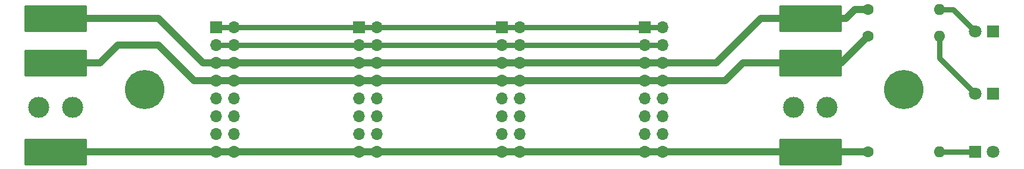
<source format=gbr>
G04 #@! TF.GenerationSoftware,KiCad,Pcbnew,(5.0.0)*
G04 #@! TF.CreationDate,2018-11-13T12:50:57-08:00*
G04 #@! TF.ProjectId,bus_board,6275735F626F6172642E6B696361645F,rev?*
G04 #@! TF.SameCoordinates,Original*
G04 #@! TF.FileFunction,Copper,L1,Top,Signal*
G04 #@! TF.FilePolarity,Positive*
%FSLAX46Y46*%
G04 Gerber Fmt 4.6, Leading zero omitted, Abs format (unit mm)*
G04 Created by KiCad (PCBNEW (5.0.0)) date 11/13/18 12:50:57*
%MOMM*%
%LPD*%
G01*
G04 APERTURE LIST*
G04 #@! TA.AperFunction,ComponentPad*
%ADD10C,5.600000*%
G04 #@! TD*
G04 #@! TA.AperFunction,ComponentPad*
%ADD11R,1.700000X1.700000*%
G04 #@! TD*
G04 #@! TA.AperFunction,ComponentPad*
%ADD12O,1.700000X1.700000*%
G04 #@! TD*
G04 #@! TA.AperFunction,ComponentPad*
%ADD13C,1.800000*%
G04 #@! TD*
G04 #@! TA.AperFunction,ComponentPad*
%ADD14R,1.800000X1.800000*%
G04 #@! TD*
G04 #@! TA.AperFunction,ComponentPad*
%ADD15O,1.600000X1.600000*%
G04 #@! TD*
G04 #@! TA.AperFunction,ComponentPad*
%ADD16C,1.600000*%
G04 #@! TD*
G04 #@! TA.AperFunction,ComponentPad*
%ADD17C,3.000000*%
G04 #@! TD*
G04 #@! TA.AperFunction,Conductor*
%ADD18C,1.000000*%
G04 #@! TD*
G04 #@! TA.AperFunction,Conductor*
%ADD19C,0.750000*%
G04 #@! TD*
G04 #@! TA.AperFunction,Conductor*
%ADD20C,0.254000*%
G04 #@! TD*
G04 APERTURE END LIST*
D10*
G04 #@! TO.P,REF\002A\002A,1*
G04 #@! TO.N,N/C*
X180975000Y-80000000D03*
G04 #@! TD*
D11*
G04 #@! TO.P,J5,1*
G04 #@! TO.N,/GATE*
X83185000Y-71120000D03*
D12*
G04 #@! TO.P,J5,2*
X85725000Y-71120000D03*
G04 #@! TO.P,J5,3*
G04 #@! TO.N,/CV*
X83185000Y-73660000D03*
G04 #@! TO.P,J5,4*
X85725000Y-73660000D03*
G04 #@! TO.P,J5,5*
G04 #@! TO.N,/+5V*
X83185000Y-76200000D03*
G04 #@! TO.P,J5,6*
X85725000Y-76200000D03*
G04 #@! TO.P,J5,7*
G04 #@! TO.N,/+12V*
X83185000Y-78740000D03*
G04 #@! TO.P,J5,8*
X85725000Y-78740000D03*
G04 #@! TO.P,J5,9*
G04 #@! TO.N,/GND*
X83185000Y-81280000D03*
G04 #@! TO.P,J5,10*
X85725000Y-81280000D03*
G04 #@! TO.P,J5,11*
X83185000Y-83820000D03*
G04 #@! TO.P,J5,12*
X85725000Y-83820000D03*
G04 #@! TO.P,J5,13*
X83185000Y-86360000D03*
G04 #@! TO.P,J5,14*
X85725000Y-86360000D03*
G04 #@! TO.P,J5,15*
G04 #@! TO.N,/-12V*
X83185000Y-88900000D03*
G04 #@! TO.P,J5,16*
X85725000Y-88900000D03*
G04 #@! TD*
D13*
G04 #@! TO.P,D2,2*
G04 #@! TO.N,Net-(D2-Pad2)*
X191135000Y-80645000D03*
D14*
G04 #@! TO.P,D2,1*
G04 #@! TO.N,/GND*
X193675000Y-80645000D03*
G04 #@! TD*
G04 #@! TO.P,D3,1*
G04 #@! TO.N,Net-(D3-Pad1)*
X191135000Y-88900000D03*
D13*
G04 #@! TO.P,D3,2*
G04 #@! TO.N,/GND*
X193675000Y-88900000D03*
G04 #@! TD*
G04 #@! TO.P,D1,2*
G04 #@! TO.N,Net-(D1-Pad2)*
X191135000Y-71755000D03*
D14*
G04 #@! TO.P,D1,1*
G04 #@! TO.N,/GND*
X193675000Y-71755000D03*
G04 #@! TD*
D12*
G04 #@! TO.P,J6,16*
G04 #@! TO.N,/-12V*
X106045000Y-88900000D03*
G04 #@! TO.P,J6,15*
X103505000Y-88900000D03*
G04 #@! TO.P,J6,14*
G04 #@! TO.N,/GND*
X106045000Y-86360000D03*
G04 #@! TO.P,J6,13*
X103505000Y-86360000D03*
G04 #@! TO.P,J6,12*
X106045000Y-83820000D03*
G04 #@! TO.P,J6,11*
X103505000Y-83820000D03*
G04 #@! TO.P,J6,10*
X106045000Y-81280000D03*
G04 #@! TO.P,J6,9*
X103505000Y-81280000D03*
G04 #@! TO.P,J6,8*
G04 #@! TO.N,/+12V*
X106045000Y-78740000D03*
G04 #@! TO.P,J6,7*
X103505000Y-78740000D03*
G04 #@! TO.P,J6,6*
G04 #@! TO.N,/+5V*
X106045000Y-76200000D03*
G04 #@! TO.P,J6,5*
X103505000Y-76200000D03*
G04 #@! TO.P,J6,4*
G04 #@! TO.N,/CV*
X106045000Y-73660000D03*
G04 #@! TO.P,J6,3*
X103505000Y-73660000D03*
G04 #@! TO.P,J6,2*
G04 #@! TO.N,/GATE*
X106045000Y-71120000D03*
D11*
G04 #@! TO.P,J6,1*
X103505000Y-71120000D03*
G04 #@! TD*
G04 #@! TO.P,J8,1*
G04 #@! TO.N,/GATE*
X123825000Y-71120000D03*
D12*
G04 #@! TO.P,J8,2*
X126365000Y-71120000D03*
G04 #@! TO.P,J8,3*
G04 #@! TO.N,/CV*
X123825000Y-73660000D03*
G04 #@! TO.P,J8,4*
X126365000Y-73660000D03*
G04 #@! TO.P,J8,5*
G04 #@! TO.N,/+5V*
X123825000Y-76200000D03*
G04 #@! TO.P,J8,6*
X126365000Y-76200000D03*
G04 #@! TO.P,J8,7*
G04 #@! TO.N,/+12V*
X123825000Y-78740000D03*
G04 #@! TO.P,J8,8*
X126365000Y-78740000D03*
G04 #@! TO.P,J8,9*
G04 #@! TO.N,/GND*
X123825000Y-81280000D03*
G04 #@! TO.P,J8,10*
X126365000Y-81280000D03*
G04 #@! TO.P,J8,11*
X123825000Y-83820000D03*
G04 #@! TO.P,J8,12*
X126365000Y-83820000D03*
G04 #@! TO.P,J8,13*
X123825000Y-86360000D03*
G04 #@! TO.P,J8,14*
X126365000Y-86360000D03*
G04 #@! TO.P,J8,15*
G04 #@! TO.N,/-12V*
X123825000Y-88900000D03*
G04 #@! TO.P,J8,16*
X126365000Y-88900000D03*
G04 #@! TD*
G04 #@! TO.P,J7,16*
G04 #@! TO.N,/-12V*
X146685000Y-88900000D03*
G04 #@! TO.P,J7,15*
X144145000Y-88900000D03*
G04 #@! TO.P,J7,14*
G04 #@! TO.N,/GND*
X146685000Y-86360000D03*
G04 #@! TO.P,J7,13*
X144145000Y-86360000D03*
G04 #@! TO.P,J7,12*
X146685000Y-83820000D03*
G04 #@! TO.P,J7,11*
X144145000Y-83820000D03*
G04 #@! TO.P,J7,10*
X146685000Y-81280000D03*
G04 #@! TO.P,J7,9*
X144145000Y-81280000D03*
G04 #@! TO.P,J7,8*
G04 #@! TO.N,/+12V*
X146685000Y-78740000D03*
G04 #@! TO.P,J7,7*
X144145000Y-78740000D03*
G04 #@! TO.P,J7,6*
G04 #@! TO.N,/+5V*
X146685000Y-76200000D03*
G04 #@! TO.P,J7,5*
X144145000Y-76200000D03*
G04 #@! TO.P,J7,4*
G04 #@! TO.N,/CV*
X146685000Y-73660000D03*
G04 #@! TO.P,J7,3*
X144145000Y-73660000D03*
G04 #@! TO.P,J7,2*
G04 #@! TO.N,/GATE*
X146685000Y-71120000D03*
D11*
G04 #@! TO.P,J7,1*
X144145000Y-71120000D03*
G04 #@! TD*
D15*
G04 #@! TO.P,R2,2*
G04 #@! TO.N,Net-(D2-Pad2)*
X186055000Y-72390000D03*
D16*
G04 #@! TO.P,R2,1*
G04 #@! TO.N,/+12V*
X175895000Y-72390000D03*
G04 #@! TD*
G04 #@! TO.P,R3,1*
G04 #@! TO.N,/-12V*
X175895000Y-88900000D03*
D15*
G04 #@! TO.P,R3,2*
G04 #@! TO.N,Net-(D3-Pad1)*
X186055000Y-88900000D03*
G04 #@! TD*
G04 #@! TO.P,R1,2*
G04 #@! TO.N,Net-(D1-Pad2)*
X186055000Y-68580000D03*
D16*
G04 #@! TO.P,R1,1*
G04 #@! TO.N,/+5V*
X175895000Y-68580000D03*
G04 #@! TD*
D17*
G04 #@! TO.P,+12V,2*
G04 #@! TO.N,/+12V*
X62705000Y-76200000D03*
G04 #@! TO.P,+12V,1*
X57945000Y-76200000D03*
G04 #@! TD*
G04 #@! TO.P,+5V,1*
G04 #@! TO.N,/+5V*
X57945000Y-69850000D03*
G04 #@! TO.P,+5V,2*
X62705000Y-69850000D03*
G04 #@! TD*
G04 #@! TO.P,+5V,2*
G04 #@! TO.N,/+5V*
X170020000Y-69850000D03*
G04 #@! TO.P,+5V,1*
X165260000Y-69850000D03*
G04 #@! TD*
G04 #@! TO.P,+12V,1*
G04 #@! TO.N,/+12V*
X165260000Y-76200000D03*
G04 #@! TO.P,+12V,2*
X170020000Y-76200000D03*
G04 #@! TD*
G04 #@! TO.P,GND,2*
G04 #@! TO.N,/GND*
X170020000Y-82550000D03*
G04 #@! TO.P,GND,1*
X165260000Y-82550000D03*
G04 #@! TD*
G04 #@! TO.P,-12V,1*
G04 #@! TO.N,/-12V*
X165260000Y-88900000D03*
G04 #@! TO.P,-12V,2*
X170020000Y-88900000D03*
G04 #@! TD*
G04 #@! TO.P,-12V,2*
G04 #@! TO.N,/-12V*
X62705000Y-88900000D03*
G04 #@! TO.P,-12V,1*
X57945000Y-88900000D03*
G04 #@! TD*
G04 #@! TO.P,GND,1*
G04 #@! TO.N,/GND*
X57945000Y-82550000D03*
G04 #@! TO.P,GND,2*
X62705000Y-82550000D03*
G04 #@! TD*
D10*
G04 #@! TO.P,REF\002A\002A,1*
G04 #@! TO.N,N/C*
X73025000Y-80000000D03*
G04 #@! TD*
D18*
G04 #@! TO.N,/-12V*
X83185000Y-88900000D02*
X85725000Y-88900000D01*
X85725000Y-88900000D02*
X106045000Y-88900000D01*
X106045000Y-88900000D02*
X108585000Y-88900000D01*
X108585000Y-88900000D02*
X125095000Y-88900000D01*
X125095000Y-88900000D02*
X127635000Y-88900000D01*
X127635000Y-88900000D02*
X144145000Y-88900000D01*
X144145000Y-88900000D02*
X146685000Y-88900000D01*
X146685000Y-88900000D02*
X165260000Y-88900000D01*
X165260000Y-88900000D02*
X170020000Y-88900000D01*
X170020000Y-88900000D02*
X175895000Y-88900000D01*
X57945000Y-88900000D02*
X62705000Y-88900000D01*
X62705000Y-88900000D02*
X83185000Y-88900000D01*
G04 #@! TO.N,/+12V*
X83185000Y-78740000D02*
X85725000Y-78740000D01*
X85725000Y-78740000D02*
X106045000Y-78740000D01*
X106045000Y-78740000D02*
X108585000Y-78740000D01*
X108585000Y-78740000D02*
X125095000Y-78740000D01*
X125095000Y-78740000D02*
X127635000Y-78740000D01*
X127635000Y-78740000D02*
X144145000Y-78740000D01*
X144145000Y-78740000D02*
X146685000Y-78740000D01*
X158115000Y-76200000D02*
X165260000Y-76200000D01*
X146685000Y-78740000D02*
X155575000Y-78740000D01*
X155575000Y-78740000D02*
X158115000Y-76200000D01*
X165260000Y-76200000D02*
X170020000Y-76200000D01*
X172085000Y-76200000D02*
X175895000Y-72390000D01*
X170020000Y-76200000D02*
X172085000Y-76200000D01*
X83185000Y-78740000D02*
X80010000Y-78740000D01*
X80010000Y-78740000D02*
X74930000Y-73660000D01*
X74930000Y-73660000D02*
X69215000Y-73660000D01*
X69215000Y-73660000D02*
X66675000Y-76200000D01*
X66675000Y-76200000D02*
X62705000Y-76200000D01*
X62705000Y-76200000D02*
X57945000Y-76200000D01*
G04 #@! TO.N,/+5V*
X83185000Y-76200000D02*
X85725000Y-76200000D01*
X85725000Y-76200000D02*
X106045000Y-76200000D01*
X106045000Y-76200000D02*
X108585000Y-76200000D01*
X108585000Y-76200000D02*
X125095000Y-76200000D01*
X125095000Y-76200000D02*
X127635000Y-76200000D01*
X127635000Y-76200000D02*
X144145000Y-76200000D01*
X144145000Y-76200000D02*
X146685000Y-76200000D01*
X160655000Y-69850000D02*
X165260000Y-69850000D01*
X146685000Y-76200000D02*
X154305000Y-76200000D01*
X154305000Y-76200000D02*
X160655000Y-69850000D01*
X165260000Y-69850000D02*
X170020000Y-69850000D01*
X170020000Y-69850000D02*
X172720000Y-69850000D01*
X172720000Y-69850000D02*
X173990000Y-68580000D01*
X173990000Y-68580000D02*
X175895000Y-68580000D01*
X57945000Y-69850000D02*
X62705000Y-69850000D01*
X62705000Y-69850000D02*
X74930000Y-69850000D01*
X81280000Y-76200000D02*
X83185000Y-76200000D01*
X74930000Y-69850000D02*
X81280000Y-76200000D01*
D19*
G04 #@! TO.N,Net-(D1-Pad2)*
X187960000Y-68580000D02*
X191135000Y-71755000D01*
X186055000Y-68580000D02*
X187960000Y-68580000D01*
G04 #@! TO.N,Net-(D3-Pad1)*
X186055000Y-88900000D02*
X190500000Y-88900000D01*
G04 #@! TO.N,Net-(D2-Pad2)*
X186055000Y-75565000D02*
X191135000Y-80645000D01*
X186055000Y-72390000D02*
X186055000Y-75565000D01*
G04 #@! TO.N,/CV*
X83185000Y-73660000D02*
X85725000Y-73660000D01*
X85725000Y-73660000D02*
X106045000Y-73660000D01*
X106045000Y-73660000D02*
X108585000Y-73660000D01*
X108585000Y-73660000D02*
X125095000Y-73660000D01*
X125095000Y-73660000D02*
X127635000Y-73660000D01*
X127635000Y-73660000D02*
X144145000Y-73660000D01*
X144145000Y-73660000D02*
X146685000Y-73660000D01*
G04 #@! TO.N,/GATE*
X83185000Y-71120000D02*
X85725000Y-71120000D01*
X85725000Y-71120000D02*
X106045000Y-71120000D01*
X106045000Y-71120000D02*
X108585000Y-71120000D01*
X108585000Y-71120000D02*
X125095000Y-71120000D01*
X125095000Y-71120000D02*
X127635000Y-71120000D01*
X127635000Y-71120000D02*
X144145000Y-71120000D01*
X144145000Y-71120000D02*
X146685000Y-71120000D01*
G04 #@! TD*
D20*
G04 #@! TO.N,/+5V*
G36*
X64643000Y-71628000D02*
X56007000Y-71628000D01*
X56007000Y-68072000D01*
X64643000Y-68072000D01*
X64643000Y-71628000D01*
X64643000Y-71628000D01*
G37*
X64643000Y-71628000D02*
X56007000Y-71628000D01*
X56007000Y-68072000D01*
X64643000Y-68072000D01*
X64643000Y-71628000D01*
G04 #@! TO.N,/+12V*
G36*
X64643000Y-77978000D02*
X56007000Y-77978000D01*
X56007000Y-74422000D01*
X64643000Y-74422000D01*
X64643000Y-77978000D01*
X64643000Y-77978000D01*
G37*
X64643000Y-77978000D02*
X56007000Y-77978000D01*
X56007000Y-74422000D01*
X64643000Y-74422000D01*
X64643000Y-77978000D01*
G04 #@! TO.N,/-12V*
G36*
X64643000Y-90678000D02*
X56007000Y-90678000D01*
X56007000Y-87122000D01*
X64643000Y-87122000D01*
X64643000Y-90678000D01*
X64643000Y-90678000D01*
G37*
X64643000Y-90678000D02*
X56007000Y-90678000D01*
X56007000Y-87122000D01*
X64643000Y-87122000D01*
X64643000Y-90678000D01*
G04 #@! TO.N,/+5V*
G36*
X171958000Y-71628000D02*
X163322000Y-71628000D01*
X163322000Y-68072000D01*
X171958000Y-68072000D01*
X171958000Y-71628000D01*
X171958000Y-71628000D01*
G37*
X171958000Y-71628000D02*
X163322000Y-71628000D01*
X163322000Y-68072000D01*
X171958000Y-68072000D01*
X171958000Y-71628000D01*
G04 #@! TO.N,/+12V*
G36*
X171958000Y-77978000D02*
X163322000Y-77978000D01*
X163322000Y-74422000D01*
X171958000Y-74422000D01*
X171958000Y-77978000D01*
X171958000Y-77978000D01*
G37*
X171958000Y-77978000D02*
X163322000Y-77978000D01*
X163322000Y-74422000D01*
X171958000Y-74422000D01*
X171958000Y-77978000D01*
G04 #@! TO.N,/-12V*
G36*
X171958000Y-90678000D02*
X163322000Y-90678000D01*
X163322000Y-87122000D01*
X171958000Y-87122000D01*
X171958000Y-90678000D01*
X171958000Y-90678000D01*
G37*
X171958000Y-90678000D02*
X163322000Y-90678000D01*
X163322000Y-87122000D01*
X171958000Y-87122000D01*
X171958000Y-90678000D01*
G04 #@! TD*
M02*

</source>
